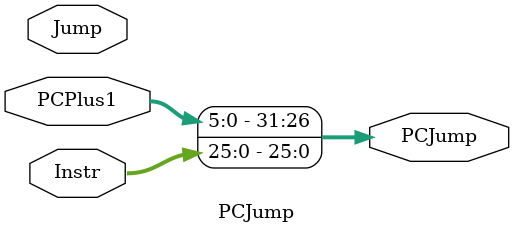
<source format=v>
`timescale 1ns / 1ps
module PCJump
	(input Jump,
	 input [25:0] Instr,
    input signed [5:0] PCPlus1,
    output signed [31:0] PCJump
    );

assign PCJump = {PCPlus1, Instr};

endmodule

</source>
